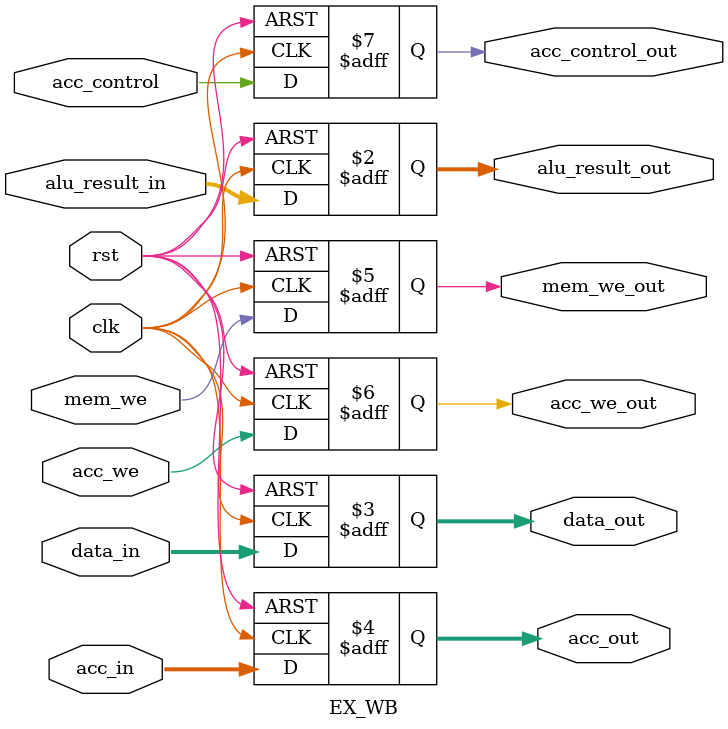
<source format=sv>
module EX_WB(
    input logic clk,
    input logic rst,
    input logic [7:0] alu_result_in, acc_in, data_in,
    input logic mem_we, acc_we, acc_control, 
    output logic [7:0] alu_result_out, data_out, acc_out,
    output logic mem_we_out, acc_we_out, acc_control_out
);
    always_ff @(posedge clk or posedge rst) begin
        if (rst) begin
            alu_result_out <= 8'b0;
            data_out <= 8'b0;
            acc_out <= 8'b0;
            mem_we_out <= 1'b0;
            acc_we_out <= 1'b0;
            acc_control_out <= 1'b0;
        end else begin
            alu_result_out <= alu_result_in;
            data_out <= data_in;
            acc_out <= acc_in;
            mem_we_out <= mem_we;
            acc_we_out <= acc_we;
            acc_control_out <= acc_control;
        end
    end
endmodule

</source>
